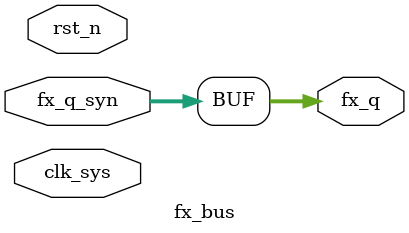
<source format=v>

module fx_bus(
fx_q,
fx_q_syn,
//clk rst
clk_sys,
rst_n
);
output [7:0]	fx_q;
input [7:0]	fx_q_syn;
//clk rst
input clk_sys;
input rst_n;
//---------------------------------------
//---------------------------------------

wire [7:0] fx_q;
assign fx_q = fx_q_syn ;

endmodule

</source>
